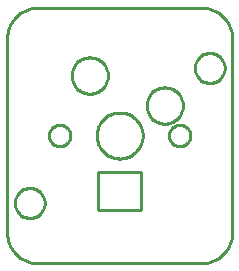
<source format=gbr>
G04 EAGLE Gerber RS-274X export*
G75*
%MOMM*%
%FSLAX34Y34*%
%LPD*%
%IN*%
%IPPOS*%
%AMOC8*
5,1,8,0,0,1.08239X$1,22.5*%
G01*
%ADD10C,0.254000*%


D10*
X0Y12700D02*
X97Y10486D01*
X386Y8289D01*
X866Y6126D01*
X1532Y4013D01*
X2380Y1965D01*
X3403Y0D01*
X4594Y-1869D01*
X5943Y-3627D01*
X7440Y-5261D01*
X9073Y-6758D01*
X10831Y-8106D01*
X12700Y-9297D01*
X14666Y-10320D01*
X16713Y-11168D01*
X18826Y-11835D01*
X20989Y-12314D01*
X23186Y-12603D01*
X25400Y-12700D01*
X165100Y-12700D01*
X167314Y-12603D01*
X169511Y-12314D01*
X171674Y-11835D01*
X173787Y-11168D01*
X175835Y-10320D01*
X177800Y-9297D01*
X179669Y-8106D01*
X181427Y-6758D01*
X183061Y-5261D01*
X184558Y-3627D01*
X185906Y-1869D01*
X187097Y0D01*
X188120Y1966D01*
X188968Y4013D01*
X189635Y6126D01*
X190114Y8289D01*
X190403Y10486D01*
X190500Y12700D01*
X190500Y177800D01*
X190403Y180014D01*
X190114Y182211D01*
X189635Y184374D01*
X188968Y186487D01*
X188120Y188535D01*
X187097Y190500D01*
X185906Y192369D01*
X184558Y194127D01*
X183061Y195761D01*
X181427Y197258D01*
X179669Y198606D01*
X177800Y199797D01*
X175835Y200820D01*
X173787Y201668D01*
X171674Y202335D01*
X169511Y202814D01*
X167314Y203103D01*
X165100Y203200D01*
X25400Y203200D01*
X23186Y203103D01*
X20989Y202814D01*
X18826Y202335D01*
X16713Y201668D01*
X14666Y200820D01*
X12700Y199797D01*
X10831Y198606D01*
X9073Y197258D01*
X7440Y195761D01*
X5942Y194127D01*
X4594Y192369D01*
X3403Y190500D01*
X2380Y188535D01*
X1532Y186487D01*
X865Y184374D01*
X386Y182211D01*
X97Y180014D01*
X0Y177800D01*
X0Y12700D01*
X77250Y32260D02*
X113250Y32260D01*
X113250Y64260D01*
X77250Y64260D01*
X77250Y32260D01*
X184150Y151901D02*
X184072Y150906D01*
X183916Y149920D01*
X183683Y148950D01*
X183374Y148001D01*
X182992Y147079D01*
X182539Y146190D01*
X182018Y145339D01*
X181431Y144531D01*
X180783Y143773D01*
X180077Y143067D01*
X179319Y142419D01*
X178511Y141832D01*
X177660Y141311D01*
X176771Y140858D01*
X175849Y140476D01*
X174900Y140167D01*
X173930Y139934D01*
X172944Y139778D01*
X171949Y139700D01*
X170951Y139700D01*
X169956Y139778D01*
X168970Y139934D01*
X168000Y140167D01*
X167051Y140476D01*
X166129Y140858D01*
X165240Y141311D01*
X164389Y141832D01*
X163581Y142419D01*
X162823Y143067D01*
X162117Y143773D01*
X161469Y144531D01*
X160882Y145339D01*
X160361Y146190D01*
X159908Y147079D01*
X159526Y148001D01*
X159217Y148950D01*
X158984Y149920D01*
X158828Y150906D01*
X158750Y151901D01*
X158750Y152899D01*
X158828Y153894D01*
X158984Y154880D01*
X159217Y155850D01*
X159526Y156799D01*
X159908Y157721D01*
X160361Y158610D01*
X160882Y159461D01*
X161469Y160269D01*
X162117Y161027D01*
X162823Y161733D01*
X163581Y162381D01*
X164389Y162968D01*
X165240Y163489D01*
X166129Y163942D01*
X167051Y164324D01*
X168000Y164633D01*
X168970Y164866D01*
X169956Y165022D01*
X170951Y165100D01*
X171949Y165100D01*
X172944Y165022D01*
X173930Y164866D01*
X174900Y164633D01*
X175849Y164324D01*
X176771Y163942D01*
X177660Y163489D01*
X178511Y162968D01*
X179319Y162381D01*
X180077Y161733D01*
X180783Y161027D01*
X181431Y160269D01*
X182018Y159461D01*
X182539Y158610D01*
X182992Y157721D01*
X183374Y156799D01*
X183683Y155850D01*
X183916Y154880D01*
X184072Y153894D01*
X184150Y152899D01*
X184150Y151901D01*
X31750Y37601D02*
X31672Y36606D01*
X31516Y35620D01*
X31283Y34650D01*
X30974Y33701D01*
X30592Y32779D01*
X30139Y31890D01*
X29618Y31039D01*
X29031Y30231D01*
X28383Y29473D01*
X27677Y28767D01*
X26919Y28119D01*
X26111Y27532D01*
X25260Y27011D01*
X24371Y26558D01*
X23449Y26176D01*
X22500Y25867D01*
X21530Y25634D01*
X20544Y25478D01*
X19549Y25400D01*
X18551Y25400D01*
X17556Y25478D01*
X16570Y25634D01*
X15600Y25867D01*
X14651Y26176D01*
X13729Y26558D01*
X12840Y27011D01*
X11989Y27532D01*
X11181Y28119D01*
X10423Y28767D01*
X9717Y29473D01*
X9069Y30231D01*
X8482Y31039D01*
X7961Y31890D01*
X7508Y32779D01*
X7126Y33701D01*
X6817Y34650D01*
X6584Y35620D01*
X6428Y36606D01*
X6350Y37601D01*
X6350Y38599D01*
X6428Y39594D01*
X6584Y40580D01*
X6817Y41550D01*
X7126Y42499D01*
X7508Y43421D01*
X7961Y44310D01*
X8482Y45161D01*
X9069Y45969D01*
X9717Y46727D01*
X10423Y47433D01*
X11181Y48081D01*
X11989Y48668D01*
X12840Y49189D01*
X13729Y49642D01*
X14651Y50024D01*
X15600Y50333D01*
X16570Y50566D01*
X17556Y50722D01*
X18551Y50800D01*
X19549Y50800D01*
X20544Y50722D01*
X21530Y50566D01*
X22500Y50333D01*
X23449Y50024D01*
X24371Y49642D01*
X25260Y49189D01*
X26111Y48668D01*
X26919Y48081D01*
X27677Y47433D01*
X28383Y46727D01*
X29031Y45969D01*
X29618Y45161D01*
X30139Y44310D01*
X30592Y43421D01*
X30974Y42499D01*
X31283Y41550D01*
X31516Y40580D01*
X31672Y39594D01*
X31750Y38599D01*
X31750Y37601D01*
X75750Y94661D02*
X75821Y93484D01*
X75963Y92315D01*
X76176Y91155D01*
X76458Y90011D01*
X76808Y88886D01*
X77226Y87784D01*
X77710Y86710D01*
X78257Y85666D01*
X78867Y84658D01*
X79537Y83688D01*
X80263Y82760D01*
X81045Y81878D01*
X81878Y81045D01*
X82760Y80263D01*
X83688Y79537D01*
X84658Y78867D01*
X85666Y78257D01*
X86710Y77710D01*
X87784Y77226D01*
X88886Y76808D01*
X90011Y76458D01*
X91155Y76176D01*
X92315Y75963D01*
X93484Y75821D01*
X94661Y75750D01*
X95839Y75750D01*
X97016Y75821D01*
X98185Y75963D01*
X99345Y76176D01*
X100489Y76458D01*
X101614Y76808D01*
X102716Y77226D01*
X103790Y77710D01*
X104834Y78257D01*
X105842Y78867D01*
X106812Y79537D01*
X107740Y80263D01*
X108622Y81045D01*
X109455Y81878D01*
X110237Y82760D01*
X110963Y83688D01*
X111633Y84658D01*
X112243Y85666D01*
X112790Y86710D01*
X113274Y87784D01*
X113692Y88886D01*
X114042Y90011D01*
X114324Y91155D01*
X114537Y92315D01*
X114679Y93484D01*
X114750Y94661D01*
X114750Y95839D01*
X114679Y97016D01*
X114537Y98185D01*
X114324Y99345D01*
X114042Y100489D01*
X113692Y101614D01*
X113274Y102716D01*
X112790Y103790D01*
X112243Y104834D01*
X111633Y105842D01*
X110963Y106812D01*
X110237Y107740D01*
X109455Y108622D01*
X108622Y109455D01*
X107740Y110237D01*
X106812Y110963D01*
X105842Y111633D01*
X104834Y112243D01*
X103790Y112790D01*
X102716Y113274D01*
X101614Y113692D01*
X100489Y114042D01*
X99345Y114324D01*
X98185Y114537D01*
X97016Y114679D01*
X95839Y114750D01*
X94661Y114750D01*
X93484Y114679D01*
X92315Y114537D01*
X91155Y114324D01*
X90011Y114042D01*
X88886Y113692D01*
X87784Y113274D01*
X86710Y112790D01*
X85666Y112243D01*
X84658Y111633D01*
X83688Y110963D01*
X82760Y110237D01*
X81878Y109455D01*
X81045Y108622D01*
X80263Y107740D01*
X79537Y106812D01*
X78867Y105842D01*
X78257Y104834D01*
X77710Y103790D01*
X77226Y102716D01*
X76808Y101614D01*
X76458Y100489D01*
X76176Y99345D01*
X75963Y98185D01*
X75821Y97016D01*
X75750Y95839D01*
X75750Y94661D01*
X54533Y145503D02*
X54611Y144412D01*
X54766Y143329D01*
X54999Y142259D01*
X55307Y141210D01*
X55689Y140185D01*
X56144Y139189D01*
X56668Y138229D01*
X57260Y137309D01*
X57916Y136433D01*
X58632Y135606D01*
X59406Y134832D01*
X60233Y134116D01*
X61109Y133460D01*
X62029Y132868D01*
X62989Y132344D01*
X63985Y131889D01*
X65010Y131507D01*
X66059Y131199D01*
X67129Y130966D01*
X68212Y130811D01*
X69303Y130733D01*
X70397Y130733D01*
X71488Y130811D01*
X72571Y130966D01*
X73641Y131199D01*
X74690Y131507D01*
X75716Y131889D01*
X76711Y132344D01*
X77671Y132868D01*
X78592Y133460D01*
X79467Y134116D01*
X80294Y134832D01*
X81068Y135606D01*
X81784Y136433D01*
X82440Y137309D01*
X83032Y138229D01*
X83556Y139189D01*
X84011Y140185D01*
X84393Y141210D01*
X84701Y142259D01*
X84934Y143329D01*
X85089Y144412D01*
X85168Y145503D01*
X85168Y146597D01*
X85089Y147688D01*
X84934Y148771D01*
X84701Y149841D01*
X84393Y150890D01*
X84011Y151916D01*
X83556Y152911D01*
X83032Y153871D01*
X82440Y154792D01*
X81784Y155667D01*
X81068Y156494D01*
X80294Y157268D01*
X79467Y157984D01*
X78592Y158640D01*
X77671Y159232D01*
X76711Y159756D01*
X75716Y160211D01*
X74690Y160593D01*
X73641Y160901D01*
X72571Y161134D01*
X71488Y161289D01*
X70397Y161368D01*
X69303Y161368D01*
X68212Y161289D01*
X67129Y161134D01*
X66059Y160901D01*
X65010Y160593D01*
X63985Y160211D01*
X62989Y159756D01*
X62029Y159232D01*
X61109Y158640D01*
X60233Y157984D01*
X59406Y157268D01*
X58632Y156494D01*
X57916Y155667D01*
X57260Y154792D01*
X56668Y153871D01*
X56144Y152911D01*
X55689Y151916D01*
X55307Y150890D01*
X54999Y149841D01*
X54766Y148771D01*
X54611Y147688D01*
X54533Y146597D01*
X54533Y145503D01*
X118033Y120103D02*
X118111Y119012D01*
X118266Y117929D01*
X118499Y116859D01*
X118807Y115810D01*
X119189Y114785D01*
X119644Y113789D01*
X120168Y112829D01*
X120760Y111909D01*
X121416Y111033D01*
X122132Y110206D01*
X122906Y109432D01*
X123733Y108716D01*
X124609Y108060D01*
X125529Y107468D01*
X126489Y106944D01*
X127485Y106489D01*
X128510Y106107D01*
X129559Y105799D01*
X130629Y105566D01*
X131712Y105411D01*
X132803Y105333D01*
X133897Y105333D01*
X134988Y105411D01*
X136071Y105566D01*
X137141Y105799D01*
X138190Y106107D01*
X139216Y106489D01*
X140211Y106944D01*
X141171Y107468D01*
X142092Y108060D01*
X142967Y108716D01*
X143794Y109432D01*
X144568Y110206D01*
X145284Y111033D01*
X145940Y111909D01*
X146532Y112829D01*
X147056Y113789D01*
X147511Y114785D01*
X147893Y115810D01*
X148201Y116859D01*
X148434Y117929D01*
X148589Y119012D01*
X148668Y120103D01*
X148668Y121197D01*
X148589Y122288D01*
X148434Y123371D01*
X148201Y124441D01*
X147893Y125490D01*
X147511Y126516D01*
X147056Y127511D01*
X146532Y128471D01*
X145940Y129392D01*
X145284Y130267D01*
X144568Y131094D01*
X143794Y131868D01*
X142967Y132584D01*
X142092Y133240D01*
X141171Y133832D01*
X140211Y134356D01*
X139216Y134811D01*
X138190Y135193D01*
X137141Y135501D01*
X136071Y135734D01*
X134988Y135889D01*
X133897Y135968D01*
X132803Y135968D01*
X131712Y135889D01*
X130629Y135734D01*
X129559Y135501D01*
X128510Y135193D01*
X127485Y134811D01*
X126489Y134356D01*
X125529Y133832D01*
X124609Y133240D01*
X123733Y132584D01*
X122906Y131868D01*
X122132Y131094D01*
X121416Y130267D01*
X120760Y129392D01*
X120168Y128471D01*
X119644Y127511D01*
X119189Y126516D01*
X118807Y125490D01*
X118499Y124441D01*
X118266Y123371D01*
X118111Y122288D01*
X118033Y121197D01*
X118033Y120103D01*
X35383Y94854D02*
X35452Y94065D01*
X35589Y93286D01*
X35794Y92521D01*
X36065Y91777D01*
X36399Y91059D01*
X36795Y90373D01*
X37249Y89725D01*
X37758Y89118D01*
X38318Y88558D01*
X38925Y88049D01*
X39573Y87595D01*
X40259Y87199D01*
X40977Y86865D01*
X41721Y86594D01*
X42486Y86389D01*
X43265Y86252D01*
X44054Y86183D01*
X44846Y86183D01*
X45635Y86252D01*
X46414Y86389D01*
X47179Y86594D01*
X47923Y86865D01*
X48641Y87199D01*
X49327Y87595D01*
X49975Y88049D01*
X50582Y88558D01*
X51142Y89118D01*
X51651Y89725D01*
X52105Y90373D01*
X52501Y91059D01*
X52835Y91777D01*
X53106Y92521D01*
X53311Y93286D01*
X53449Y94065D01*
X53518Y94854D01*
X53518Y95646D01*
X53449Y96435D01*
X53311Y97214D01*
X53106Y97979D01*
X52835Y98723D01*
X52501Y99441D01*
X52105Y100127D01*
X51651Y100775D01*
X51142Y101382D01*
X50582Y101942D01*
X49975Y102451D01*
X49327Y102905D01*
X48641Y103301D01*
X47923Y103635D01*
X47179Y103906D01*
X46414Y104111D01*
X45635Y104249D01*
X44846Y104318D01*
X44054Y104318D01*
X43265Y104249D01*
X42486Y104111D01*
X41721Y103906D01*
X40977Y103635D01*
X40259Y103301D01*
X39573Y102905D01*
X38925Y102451D01*
X38318Y101942D01*
X37758Y101382D01*
X37249Y100775D01*
X36795Y100127D01*
X36399Y99441D01*
X36065Y98723D01*
X35794Y97979D01*
X35589Y97214D01*
X35452Y96435D01*
X35383Y95646D01*
X35383Y94854D01*
X136983Y94854D02*
X137052Y94065D01*
X137189Y93286D01*
X137394Y92521D01*
X137665Y91777D01*
X137999Y91059D01*
X138395Y90373D01*
X138849Y89725D01*
X139358Y89118D01*
X139918Y88558D01*
X140525Y88049D01*
X141173Y87595D01*
X141859Y87199D01*
X142577Y86865D01*
X143321Y86594D01*
X144086Y86389D01*
X144865Y86252D01*
X145654Y86183D01*
X146446Y86183D01*
X147235Y86252D01*
X148014Y86389D01*
X148779Y86594D01*
X149523Y86865D01*
X150241Y87199D01*
X150927Y87595D01*
X151575Y88049D01*
X152182Y88558D01*
X152742Y89118D01*
X153251Y89725D01*
X153705Y90373D01*
X154101Y91059D01*
X154435Y91777D01*
X154706Y92521D01*
X154911Y93286D01*
X155049Y94065D01*
X155118Y94854D01*
X155118Y95646D01*
X155049Y96435D01*
X154911Y97214D01*
X154706Y97979D01*
X154435Y98723D01*
X154101Y99441D01*
X153705Y100127D01*
X153251Y100775D01*
X152742Y101382D01*
X152182Y101942D01*
X151575Y102451D01*
X150927Y102905D01*
X150241Y103301D01*
X149523Y103635D01*
X148779Y103906D01*
X148014Y104111D01*
X147235Y104249D01*
X146446Y104318D01*
X145654Y104318D01*
X144865Y104249D01*
X144086Y104111D01*
X143321Y103906D01*
X142577Y103635D01*
X141859Y103301D01*
X141173Y102905D01*
X140525Y102451D01*
X139918Y101942D01*
X139358Y101382D01*
X138849Y100775D01*
X138395Y100127D01*
X137999Y99441D01*
X137665Y98723D01*
X137394Y97979D01*
X137189Y97214D01*
X137052Y96435D01*
X136983Y95646D01*
X136983Y94854D01*
M02*

</source>
